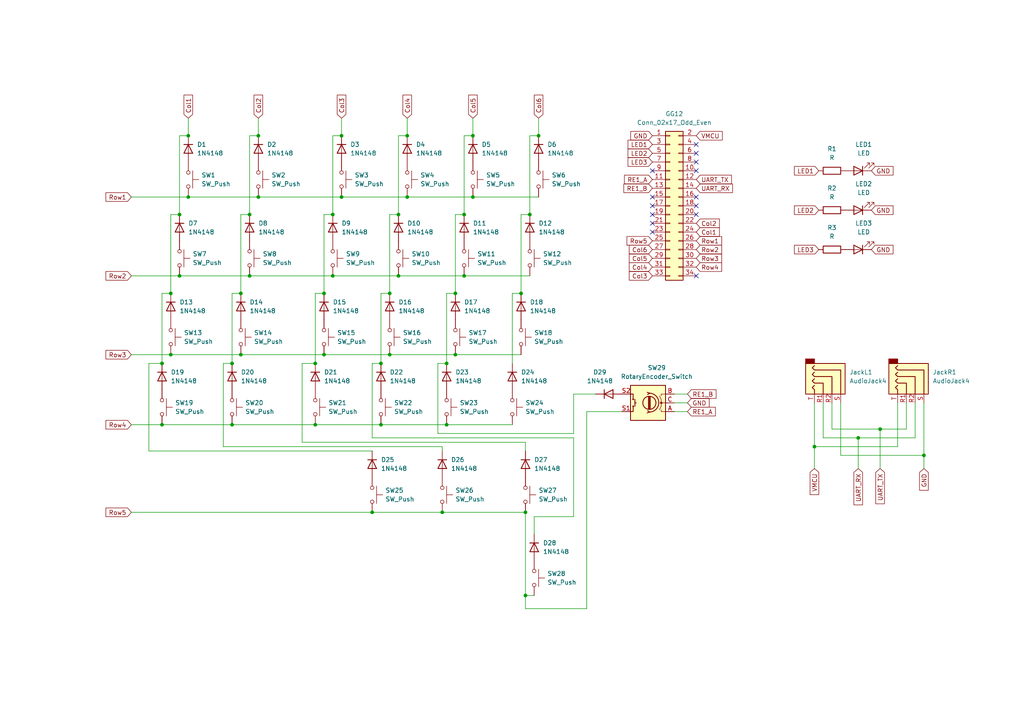
<source format=kicad_sch>
(kicad_sch (version 20230121) (generator eeschema)
  (paper "A4")
  (lib_symbols
    (symbol "Connector_Audio:AudioJack4"
      (property "Reference" "J" (at 0 8.89 0))
      (property "Value" "AudioJack4" (at 0 6.35 0))
      (symbol "AudioJack4_0_1"
        (rectangle (start -6.35 -5.08) (end -7.62 -7.62) (stroke (width 0.254)) (fill (type outline)))
        (polyline (pts (xy 0 -5.08) (xy 0.635 -5.715) (xy 1.27 -5.08) (xy 2.54 -5.08)) (stroke (width 0.254)))
        (polyline (pts (xy -5.715 -5.08) (xy -5.08 -5.715) (xy -4.445 -5.08) (xy -4.445 2.54) (xy 2.54 2.54)) (stroke (width 0.254)))
        (polyline (pts (xy -1.905 -5.08) (xy -1.27 -5.715) (xy -0.635 -5.08) (xy -0.635 -2.54) (xy 2.54 -2.54)) (stroke (width 0.254)))
        (polyline (pts (xy 2.54 0) (xy -2.54 0) (xy -2.54 -5.08) (xy -3.175 -5.715) (xy -3.81 -5.08)) (stroke (width 0.254)))
        (rectangle (start 2.54 3.81) (end -6.35 -7.62) (stroke (width 0.254)) (fill (type background)))
      )
      (symbol "AudioJack4_1_1"
        (pin passive line (at 5.08 -2.54 180) (length 2.54) (name "~") (number "R1"))
        (pin passive line (at 5.08 0 180) (length 2.54) (name "~") (number "R2"))
        (pin passive line (at 5.08 2.54 180) (length 2.54) (name "~") (number "S"))
        (pin passive line (at 5.08 -5.08 180) (length 2.54) (name "~") (number "T"))
      )
    )
    (symbol "Connector_Generic:Conn_02x17_Odd_Even" (pin_names (offset 1.016) hide)
      (property "Reference" "GG12" (at 1.27 26.67 0))
      (property "Value" "Conn_02x17_Odd_Even" (at 1.27 24.13 0))
      (symbol "Conn_02x17_Odd_Even_1_1"
        (rectangle (start -1.27 -20.193) (end 0 -20.447) (stroke (width 0.1524)))
        (rectangle (start -1.27 -17.653) (end 0 -17.907) (stroke (width 0.1524)))
        (rectangle (start -1.27 -15.113) (end 0 -15.367) (stroke (width 0.1524)))
        (rectangle (start -1.27 -12.573) (end 0 -12.827) (stroke (width 0.1524)))
        (rectangle (start -1.27 -10.033) (end 0 -10.287) (stroke (width 0.1524)))
        (rectangle (start -1.27 -7.493) (end 0 -7.747) (stroke (width 0.1524)))
        (rectangle (start -1.27 -4.953) (end 0 -5.207) (stroke (width 0.1524)))
        (rectangle (start -1.27 -2.413) (end 0 -2.667) (stroke (width 0.1524)))
        (rectangle (start -1.27 0.127) (end 0 -0.127) (stroke (width 0.1524)))
        (rectangle (start -1.27 2.667) (end 0 2.413) (stroke (width 0.1524)))
        (rectangle (start -1.27 5.207) (end 0 4.953) (stroke (width 0.1524)))
        (rectangle (start -1.27 7.747) (end 0 7.493) (stroke (width 0.1524)))
        (rectangle (start -1.27 10.287) (end 0 10.033) (stroke (width 0.1524)))
        (rectangle (start -1.27 12.827) (end 0 12.573) (stroke (width 0.1524)))
        (rectangle (start -1.27 15.367) (end 0 15.113) (stroke (width 0.1524)))
        (rectangle (start -1.27 17.907) (end 0 17.653) (stroke (width 0.1524)))
        (rectangle (start -1.27 20.447) (end 0 20.193) (stroke (width 0.1524)))
        (rectangle (start -1.27 21.59) (end 3.81 -21.59) (stroke (width 0.254)) (fill (type background)))
        (rectangle (start 3.81 -20.193) (end 2.54 -20.447) (stroke (width 0.1524)))
        (rectangle (start 3.81 -17.653) (end 2.54 -17.907) (stroke (width 0.1524)))
        (rectangle (start 3.81 -15.113) (end 2.54 -15.367) (stroke (width 0.1524)))
        (rectangle (start 3.81 -12.573) (end 2.54 -12.827) (stroke (width 0.1524)))
        (rectangle (start 3.81 -10.033) (end 2.54 -10.287) (stroke (width 0.1524)))
        (rectangle (start 3.81 -7.493) (end 2.54 -7.747) (stroke (width 0.1524)))
        (rectangle (start 3.81 -4.953) (end 2.54 -5.207) (stroke (width 0.1524)))
        (rectangle (start 3.81 -2.413) (end 2.54 -2.667) (stroke (width 0.1524)))
        (rectangle (start 3.81 0.127) (end 2.54 -0.127) (stroke (width 0.1524)))
        (rectangle (start 3.81 2.667) (end 2.54 2.413) (stroke (width 0.1524)))
        (rectangle (start 3.81 5.207) (end 2.54 4.953) (stroke (width 0.1524)))
        (rectangle (start 3.81 7.747) (end 2.54 7.493) (stroke (width 0.1524)))
        (rectangle (start 3.81 10.287) (end 2.54 10.033) (stroke (width 0.1524)))
        (rectangle (start 3.81 12.827) (end 2.54 12.573) (stroke (width 0.1524)))
        (rectangle (start 3.81 15.367) (end 2.54 15.113) (stroke (width 0.1524)))
        (rectangle (start 3.81 17.907) (end 2.54 17.653) (stroke (width 0.1524)))
        (rectangle (start 3.81 20.447) (end 2.54 20.193) (stroke (width 0.1524)))
        (pin passive line (at -5.08 20.32 0) (length 3.81) (name "GND") (number "1"))
        (pin passive line (at 7.62 10.16 180) (length 3.81) (name "Pin_10") (number "10"))
        (pin passive line (at -5.08 7.62 0) (length 3.81) (name "Pin_11") (number "11"))
        (pin passive line (at 7.62 7.62 180) (length 3.81) (name "Pin_12") (number "12"))
        (pin passive line (at -5.08 5.08 0) (length 3.81) (name "Pin_13") (number "13"))
        (pin passive line (at 7.62 5.08 180) (length 3.81) (name "Pin_14") (number "14"))
        (pin passive line (at -5.08 2.54 0) (length 3.81) (name "Pin_15") (number "15"))
        (pin passive line (at 7.62 2.54 180) (length 3.81) (name "Pin_16") (number "16"))
        (pin passive line (at -5.08 0 0) (length 3.81) (name "Pin_17") (number "17"))
        (pin passive line (at 7.62 0 180) (length 3.81) (name "Pin_18") (number "18"))
        (pin passive line (at -5.08 -2.54 0) (length 3.81) (name "Pin_19") (number "19"))
        (pin passive line (at 7.62 20.32 180) (length 3.81) (name "Pin_2") (number "2"))
        (pin passive line (at 7.62 -2.54 180) (length 3.81) (name "Pin_20") (number "20"))
        (pin passive line (at -5.08 -5.08 0) (length 3.81) (name "Pin_21") (number "21"))
        (pin passive line (at 7.62 -5.08 180) (length 3.81) (name "Pin_22") (number "22"))
        (pin passive line (at -5.08 -7.62 0) (length 3.81) (name "Pin_23") (number "23"))
        (pin passive line (at 7.62 -7.62 180) (length 3.81) (name "Pin_24") (number "24"))
        (pin passive line (at -5.08 -10.16 0) (length 3.81) (name "Pin_25") (number "25"))
        (pin passive line (at 7.62 -10.16 180) (length 3.81) (name "Pin_26") (number "26"))
        (pin passive line (at -5.08 -12.7 0) (length 3.81) (name "Pin_27") (number "27"))
        (pin passive line (at 7.62 -12.7 180) (length 3.81) (name "Pin_28") (number "28"))
        (pin passive line (at -5.08 -15.24 0) (length 3.81) (name "Pin_29") (number "29"))
        (pin passive line (at -5.08 17.78 0) (length 3.81) (name "Pin_3") (number "3"))
        (pin passive line (at 7.62 -15.24 180) (length 3.81) (name "Pin_30") (number "30"))
        (pin passive line (at -5.08 -17.78 0) (length 3.81) (name "Pin_31") (number "31"))
        (pin passive line (at 7.62 -17.78 180) (length 3.81) (name "Pin_32") (number "32"))
        (pin passive line (at -5.08 -20.32 0) (length 3.81) (name "Pin_33") (number "33"))
        (pin passive line (at 7.62 -20.32 180) (length 3.81) (name "Pin_34") (number "34"))
        (pin passive line (at 7.62 17.78 180) (length 3.81) (name "Pin_4") (number "4"))
        (pin passive line (at -5.08 15.24 0) (length 3.81) (name "Pin_5") (number "5"))
        (pin passive line (at 7.62 15.24 180) (length 3.81) (name "Pin_6") (number "6"))
        (pin passive line (at -5.08 12.7 0) (length 3.81) (name "Pin_7") (number "7"))
        (pin passive line (at 7.62 12.7 180) (length 3.81) (name "Pin_8") (number "8"))
        (pin passive line (at -5.08 10.16 0) (length 3.81) (name "Pin_9") (number "9"))
      )
    )
    (symbol "Device:LED" (pin_numbers hide) (pin_names (offset 1.016) hide)
      (property "Reference" "D" (at 0 2.54 0))
      (property "Value" "LED" (at 0 -2.54 0))
      (symbol "LED_0_1"
        (polyline (pts (xy -1.27 -1.27) (xy -1.27 1.27)) (stroke (width 0.254)))
        (polyline (pts (xy -1.27 0) (xy 1.27 0)))
        (polyline (pts (xy 1.27 -1.27) (xy 1.27 1.27) (xy -1.27 0) (xy 1.27 -1.27)) (stroke (width 0.254)))
        (polyline (pts (xy -3.048 -0.762) (xy -4.572 -2.286) (xy -3.81 -2.286) (xy -4.572 -2.286) (xy -4.572 -1.524)))
        (polyline (pts (xy -1.778 -0.762) (xy -3.302 -2.286) (xy -2.54 -2.286) (xy -3.302 -2.286) (xy -3.302 -1.524)))
      )
      (symbol "LED_1_1"
        (pin passive line (at -3.81 0 0) (length 2.54) (name "K") (number "1"))
        (pin passive line (at 3.81 0 180) (length 2.54) (name "A") (number "2"))
      )
    )
    (symbol "Device:R" (pin_numbers hide) (pin_names (offset 0))
      (property "Reference" "R" (at 2.032 0 90))
      (property "Value" "R" (at 0 0 90))
      (symbol "R_0_1"
        (rectangle (start -1.016 -2.54) (end 1.016 2.54) (stroke (width 0.254)))
      )
      (symbol "R_1_1"
        (pin passive line (at 0 3.81 270) (length 1.27) (name "~") (number "1"))
        (pin passive line (at 0 -3.81 90) (length 1.27) (name "~") (number "2"))
      )
    )
    (symbol "Device:RotaryEncoder_Switch" (pin_names (offset 0.254) hide)
      (property "Reference" "SW" (at 0 6.604 0))
      (property "Value" "RotaryEncoder_Switch" (at 0 -6.604 0))
      (symbol "RotaryEncoder_Switch_0_1"
        (rectangle (start -5.08 5.08) (end 5.08 -5.08) (stroke (width 0.254)) (fill (type background)))
        (circle (center -3.81 0) (radius 0.254) (fill (type outline)))
        (circle (center -0.381 0) (radius 1.905) (stroke (width 0.254)))
        (arc (start -0.381 2.667) (mid -3.0988 -0.0635) (end -0.381 -2.794) (stroke (width 0.254)))
        (polyline (pts (xy -0.635 -1.778) (xy -0.635 1.778)) (stroke (width 0.254)))
        (polyline (pts (xy -0.381 -1.778) (xy -0.381 1.778)) (stroke (width 0.254)))
        (polyline (pts (xy -0.127 1.778) (xy -0.127 -1.778)) (stroke (width 0.254)))
        (polyline (pts (xy 3.81 0) (xy 3.429 0)) (stroke (width 0.254)))
        (polyline (pts (xy 3.81 1.016) (xy 3.81 -1.016)) (stroke (width 0.254)))
        (polyline (pts (xy -5.08 -2.54) (xy -3.81 -2.54) (xy -3.81 -2.032)))
        (polyline (pts (xy -5.08 2.54) (xy -3.81 2.54) (xy -3.81 2.032)))
        (polyline (pts (xy 0.254 -3.048) (xy -0.508 -2.794) (xy 0.127 -2.413)) (stroke (width 0.254)))
        (polyline (pts (xy 0.254 2.921) (xy -0.508 2.667) (xy 0.127 2.286)) (stroke (width 0.254)))
        (polyline (pts (xy 5.08 -2.54) (xy 4.318 -2.54) (xy 4.318 -1.016)) (stroke (width 0.254)))
        (polyline (pts (xy 5.08 2.54) (xy 4.318 2.54) (xy 4.318 1.016)) (stroke (width 0.254)))
        (polyline (pts (xy -5.08 0) (xy -3.81 0) (xy -3.81 -1.016) (xy -3.302 -2.032)))
        (polyline (pts (xy -4.318 0) (xy -3.81 0) (xy -3.81 1.016) (xy -3.302 2.032)))
        (circle (center 4.318 -1.016) (radius 0.127) (stroke (width 0.254)))
        (circle (center 4.318 1.016) (radius 0.127) (stroke (width 0.254)))
      )
      (symbol "RotaryEncoder_Switch_1_1"
        (pin passive line (at -7.62 2.54 0) (length 2.54) (name "A") (number "A"))
        (pin passive line (at -7.62 -2.54 0) (length 2.54) (name "B") (number "B"))
        (pin passive line (at -7.62 0 0) (length 2.54) (name "C") (number "C"))
        (pin passive line (at 7.62 2.54 180) (length 2.54) (name "S1") (number "S1"))
        (pin passive line (at 7.62 -2.54 180) (length 2.54) (name "S2") (number "S2"))
      )
    )
    (symbol "Diode:1N4148" (pin_numbers hide) (pin_names hide)
      (property "Reference" "D" (at 0 2.54 0))
      (property "Value" "1N4148" (at 0 -2.54 0))
      (symbol "1N4148_0_1"
        (polyline (pts (xy -1.27 1.27) (xy -1.27 -1.27)) (stroke (width 0.254)))
        (polyline (pts (xy 1.27 0) (xy -1.27 0)))
        (polyline (pts (xy 1.27 1.27) (xy 1.27 -1.27) (xy -1.27 0) (xy 1.27 1.27)) (stroke (width 0.254)))
      )
      (symbol "1N4148_1_1"
        (pin passive line (at -3.81 0 0) (length 2.54) (name "K") (number "1"))
        (pin passive line (at 3.81 0 180) (length 2.54) (name "A") (number "2"))
      )
    )
    (symbol "Switch:SW_Push" (pin_numbers hide) (pin_names (offset 1.016) hide)
      (property "Reference" "SW" (at 1.27 2.54 0))
      (property "Value" "SW_Push" (at 0 -1.524 0))
      (symbol "SW_Push_0_1"
        (circle (center -2.032 0) (radius 0.508))
        (polyline (pts (xy 0 1.27) (xy 0 3.048)))
        (polyline (pts (xy 2.54 1.27) (xy -2.54 1.27)))
        (circle (center 2.032 0) (radius 0.508))
        (pin passive line (at -5.08 0 0) (length 2.54) (name "1") (number "1"))
        (pin passive line (at 5.08 0 180) (length 2.54) (name "2") (number "2"))
      )
    )
  )
  (junction (at 107.95 148.59))
  (junction (at 137.16 57.15))
  (junction (at 156.21 39.37))
  (junction (at 54.61 57.15))
  (junction (at 72.39 62.23))
  (junction (at 54.61 39.37))
  (junction (at 69.85 102.87))
  (junction (at 115.57 62.23))
  (junction (at 96.52 62.23))
  (junction (at 49.53 102.87))
  (junction (at 118.11 57.15))
  (junction (at 113.03 85.09))
  (junction (at 137.16 39.37))
  (junction (at 52.07 80.01))
  (junction (at 52.07 62.23))
  (junction (at 91.44 105.41))
  (junction (at 67.31 105.41))
  (junction (at 129.54 123.19))
  (junction (at 151.13 85.09))
  (junction (at 93.98 102.87))
  (junction (at 113.03 102.87))
  (junction (at 152.4 172.72))
  (junction (at 267.97 132.08))
  (junction (at 152.4 148.59))
  (junction (at 49.53 85.09))
  (junction (at 72.39 80.01))
  (junction (at 74.93 57.15))
  (junction (at 129.54 105.41))
  (junction (at 248.92 127))
  (junction (at 67.31 123.19))
  (junction (at 153.67 62.23))
  (junction (at 110.49 105.41))
  (junction (at 46.99 123.19))
  (junction (at 91.44 123.19))
  (junction (at 236.22 129.54))
  (junction (at 46.99 105.41))
  (junction (at 99.06 57.15))
  (junction (at 69.85 85.09))
  (junction (at 134.62 80.01))
  (junction (at 115.57 80.01))
  (junction (at 132.08 85.09))
  (junction (at 128.27 148.59))
  (junction (at 118.11 39.37))
  (junction (at 74.93 39.37))
  (junction (at 99.06 39.37))
  (junction (at 255.27 124.46))
  (junction (at 132.08 102.87))
  (junction (at 93.98 85.09))
  (junction (at 96.52 80.01))
  (junction (at 110.49 123.19))
  (junction (at 134.62 62.23))
  (no_connect (at 201.93 59.69))
  (no_connect (at 201.93 62.23))
  (no_connect (at 201.93 80.01))
  (no_connect (at 189.23 49.53))
  (no_connect (at 189.23 62.23))
  (no_connect (at 201.93 49.53))
  (no_connect (at 201.93 57.15))
  (no_connect (at 201.93 46.99))
  (no_connect (at 201.93 41.91))
  (no_connect (at 189.23 64.77))
  (no_connect (at 189.23 67.31))
  (no_connect (at 201.93 44.45))
  (no_connect (at 189.23 59.69))
  (no_connect (at 189.23 57.15))
  (wire (pts (xy 91.44 85.09) (xy 93.98 85.09)))
  (wire (pts (xy 137.16 34.29) (xy 137.16 39.37)))
  (wire (pts (xy 195.58 116.84) (xy 199.39 116.84)))
  (wire (pts (xy 152.4 130.81) (xy 152.4 128.27)))
  (wire (pts (xy 115.57 62.23) (xy 115.57 39.37)))
  (wire (pts (xy 69.85 85.09) (xy 69.85 62.23)))
  (wire (pts (xy 236.22 129.54) (xy 260.35 129.54)))
  (wire (pts (xy 129.54 123.19) (xy 148.59 123.19)))
  (wire (pts (xy 166.37 127) (xy 107.95 127)))
  (wire (pts (xy 166.37 149.86) (xy 166.37 127)))
  (wire (pts (xy 241.3 124.46) (xy 241.3 116.84)))
  (wire (pts (xy 134.62 80.01) (xy 153.67 80.01)))
  (wire (pts (xy 64.77 105.41) (xy 67.31 105.41)))
  (wire (pts (xy 152.4 172.72) (xy 152.4 176.53)))
  (wire (pts (xy 69.85 102.87) (xy 93.98 102.87)))
  (wire (pts (xy 129.54 105.41) (xy 129.54 85.09)))
  (wire (pts (xy 87.63 105.41) (xy 91.44 105.41)))
  (wire (pts (xy 248.92 127) (xy 265.43 127)))
  (wire (pts (xy 49.53 85.09) (xy 49.53 62.23)))
  (wire (pts (xy 93.98 62.23) (xy 96.52 62.23)))
  (wire (pts (xy 195.58 114.3) (xy 199.39 114.3)))
  (wire (pts (xy 128.27 129.54) (xy 64.77 129.54)))
  (wire (pts (xy 262.89 124.46) (xy 262.89 116.84)))
  (wire (pts (xy 236.22 129.54) (xy 236.22 135.89)))
  (wire (pts (xy 115.57 80.01) (xy 134.62 80.01)))
  (wire (pts (xy 148.59 105.41) (xy 148.59 85.09)))
  (wire (pts (xy 128.27 148.59) (xy 152.4 148.59)))
  (wire (pts (xy 99.06 57.15) (xy 118.11 57.15)))
  (wire (pts (xy 72.39 39.37) (xy 74.93 39.37)))
  (wire (pts (xy 96.52 39.37) (xy 99.06 39.37)))
  (wire (pts (xy 110.49 123.19) (xy 129.54 123.19)))
  (wire (pts (xy 107.95 127) (xy 107.95 105.41)))
  (wire (pts (xy 72.39 62.23) (xy 72.39 39.37)))
  (wire (pts (xy 38.1 80.01) (xy 52.07 80.01)))
  (wire (pts (xy 153.67 39.37) (xy 156.21 39.37)))
  (wire (pts (xy 255.27 124.46) (xy 262.89 124.46)))
  (wire (pts (xy 64.77 129.54) (xy 64.77 105.41)))
  (wire (pts (xy 113.03 85.09) (xy 113.03 62.23)))
  (wire (pts (xy 260.35 129.54) (xy 260.35 116.84)))
  (wire (pts (xy 52.07 39.37) (xy 54.61 39.37)))
  (wire (pts (xy 96.52 62.23) (xy 96.52 39.37)))
  (wire (pts (xy 52.07 80.01) (xy 72.39 80.01)))
  (wire (pts (xy 49.53 62.23) (xy 52.07 62.23)))
  (wire (pts (xy 166.37 114.3) (xy 172.72 114.3)))
  (wire (pts (xy 243.84 116.84) (xy 243.84 132.08)))
  (wire (pts (xy 265.43 116.84) (xy 265.43 127)))
  (wire (pts (xy 241.3 124.46) (xy 255.27 124.46)))
  (wire (pts (xy 132.08 85.09) (xy 132.08 62.23)))
  (wire (pts (xy 91.44 105.41) (xy 91.44 85.09)))
  (wire (pts (xy 156.21 34.29) (xy 156.21 39.37)))
  (wire (pts (xy 153.67 62.23) (xy 153.67 39.37)))
  (wire (pts (xy 38.1 102.87) (xy 49.53 102.87)))
  (wire (pts (xy 67.31 105.41) (xy 67.31 85.09)))
  (wire (pts (xy 93.98 85.09) (xy 93.98 62.23)))
  (wire (pts (xy 137.16 57.15) (xy 156.21 57.15)))
  (wire (pts (xy 267.97 132.08) (xy 267.97 135.89)))
  (wire (pts (xy 148.59 85.09) (xy 151.13 85.09)))
  (wire (pts (xy 38.1 123.19) (xy 46.99 123.19)))
  (wire (pts (xy 118.11 34.29) (xy 118.11 39.37)))
  (wire (pts (xy 238.76 116.84) (xy 238.76 127)))
  (wire (pts (xy 107.95 148.59) (xy 128.27 148.59)))
  (wire (pts (xy 255.27 124.46) (xy 255.27 135.89)))
  (wire (pts (xy 99.06 34.29) (xy 99.06 39.37)))
  (wire (pts (xy 238.76 127) (xy 248.92 127)))
  (wire (pts (xy 49.53 102.87) (xy 69.85 102.87)))
  (wire (pts (xy 43.18 105.41) (xy 46.99 105.41)))
  (wire (pts (xy 154.94 154.94) (xy 154.94 149.86)))
  (wire (pts (xy 151.13 85.09) (xy 151.13 62.23)))
  (wire (pts (xy 38.1 148.59) (xy 107.95 148.59)))
  (wire (pts (xy 248.92 135.89) (xy 248.92 127)))
  (wire (pts (xy 115.57 39.37) (xy 118.11 39.37)))
  (wire (pts (xy 46.99 85.09) (xy 49.53 85.09)))
  (wire (pts (xy 129.54 105.41) (xy 127 105.41)))
  (wire (pts (xy 170.18 176.53) (xy 170.18 119.38)))
  (wire (pts (xy 52.07 39.37) (xy 52.07 62.23)))
  (wire (pts (xy 132.08 102.87) (xy 151.13 102.87)))
  (wire (pts (xy 46.99 105.41) (xy 46.99 85.09)))
  (wire (pts (xy 54.61 34.29) (xy 54.61 39.37)))
  (wire (pts (xy 74.93 57.15) (xy 99.06 57.15)))
  (wire (pts (xy 93.98 102.87) (xy 113.03 102.87)))
  (wire (pts (xy 134.62 39.37) (xy 137.16 39.37)))
  (wire (pts (xy 154.94 149.86) (xy 166.37 149.86)))
  (wire (pts (xy 46.99 123.19) (xy 67.31 123.19)))
  (wire (pts (xy 96.52 80.01) (xy 115.57 80.01)))
  (wire (pts (xy 67.31 85.09) (xy 69.85 85.09)))
  (wire (pts (xy 267.97 116.84) (xy 267.97 132.08)))
  (wire (pts (xy 170.18 119.38) (xy 180.34 119.38)))
  (wire (pts (xy 118.11 57.15) (xy 137.16 57.15)))
  (wire (pts (xy 152.4 148.59) (xy 152.4 172.72)))
  (wire (pts (xy 113.03 102.87) (xy 132.08 102.87)))
  (wire (pts (xy 236.22 116.84) (xy 236.22 129.54)))
  (wire (pts (xy 38.1 57.15) (xy 54.61 57.15)))
  (wire (pts (xy 72.39 80.01) (xy 96.52 80.01)))
  (wire (pts (xy 87.63 128.27) (xy 87.63 105.41)))
  (wire (pts (xy 166.37 125.73) (xy 166.37 114.3)))
  (wire (pts (xy 132.08 62.23) (xy 134.62 62.23)))
  (wire (pts (xy 113.03 62.23) (xy 115.57 62.23)))
  (wire (pts (xy 129.54 85.09) (xy 132.08 85.09)))
  (wire (pts (xy 67.31 123.19) (xy 91.44 123.19)))
  (wire (pts (xy 110.49 85.09) (xy 113.03 85.09)))
  (wire (pts (xy 127 125.73) (xy 166.37 125.73)))
  (wire (pts (xy 152.4 176.53) (xy 170.18 176.53)))
  (wire (pts (xy 151.13 62.23) (xy 153.67 62.23)))
  (wire (pts (xy 127 105.41) (xy 127 125.73)))
  (wire (pts (xy 134.62 39.37) (xy 134.62 62.23)))
  (wire (pts (xy 195.58 119.38) (xy 199.39 119.38)))
  (wire (pts (xy 152.4 172.72) (xy 154.94 172.72)))
  (wire (pts (xy 54.61 57.15) (xy 74.93 57.15)))
  (wire (pts (xy 43.18 130.81) (xy 43.18 105.41)))
  (wire (pts (xy 74.93 34.29) (xy 74.93 39.37)))
  (wire (pts (xy 110.49 105.41) (xy 110.49 85.09)))
  (wire (pts (xy 91.44 123.19) (xy 110.49 123.19)))
  (wire (pts (xy 128.27 130.81) (xy 128.27 129.54)))
  (wire (pts (xy 152.4 128.27) (xy 87.63 128.27)))
  (wire (pts (xy 69.85 62.23) (xy 72.39 62.23)))
  (wire (pts (xy 107.95 130.81) (xy 43.18 130.81)))
  (wire (pts (xy 243.84 132.08) (xy 267.97 132.08)))
  (wire (pts (xy 107.95 105.41) (xy 110.49 105.41)))
  (global_label "Col3" (shape input) (at 99.06 34.29 90) (property "Intersheetrefs" "${INTERSHEET_REFS}" (effects hide)))
  (global_label "Col1" (shape input) (at 201.93 67.31 0) (property "Intersheetrefs" "${INTERSHEET_REFS}" (effects hide)))
  (global_label "Row3" (shape input) (at 38.1 102.87 180) (property "Intersheetrefs" "${INTERSHEET_REFS}" (effects hide)))
  (global_label "UART_RX" (shape input) (at 201.93 54.61 0) (property "Intersheetrefs" "${INTERSHEET_REFS}" (effects hide)))
  (global_label "Col2" (shape input) (at 74.93 34.29 90) (property "Intersheetrefs" "${INTERSHEET_REFS}" (effects hide)))
  (global_label "Row2" (shape input) (at 38.1 80.01 180) (property "Intersheetrefs" "${INTERSHEET_REFS}" (effects hide)))
  (global_label "RE1_B" (shape input) (at 189.23 54.61 180) (property "Intersheetrefs" "${INTERSHEET_REFS}" (effects hide)))
  (global_label "LED3" (shape input) (at 189.23 46.99 180) (property "Intersheetrefs" "${INTERSHEET_REFS}" (effects hide)))
  (global_label "Row5" (shape input) (at 189.23 69.85 180) (property "Intersheetrefs" "${INTERSHEET_REFS}" (effects hide)))
  (global_label "Col4" (shape input) (at 118.11 34.29 90) (property "Intersheetrefs" "${INTERSHEET_REFS}" (effects hide)))
  (global_label "Col6" (shape input) (at 156.21 34.29 90) (property "Intersheetrefs" "${INTERSHEET_REFS}" (effects hide)))
  (global_label "Col1" (shape input) (at 54.61 34.29 90) (property "Intersheetrefs" "${INTERSHEET_REFS}" (effects hide)))
  (global_label "Col3" (shape input) (at 189.23 80.01 180) (property "Intersheetrefs" "${INTERSHEET_REFS}" (effects hide)))
  (global_label "LED1" (shape input) (at 189.23 41.91 180) (property "Intersheetrefs" "${INTERSHEET_REFS}" (effects hide)))
  (global_label "Row3" (shape input) (at 201.93 74.93 0) (property "Intersheetrefs" "${INTERSHEET_REFS}" (effects hide)))
  (global_label "RE1_B" (shape input) (at 199.39 114.3 0) (property "Intersheetrefs" "${INTERSHEET_REFS}" (effects hide)))
  (global_label "Col5" (shape input) (at 189.23 74.93 180) (property "Intersheetrefs" "${INTERSHEET_REFS}" (effects hide)))
  (global_label "UART_TX" (shape input) (at 201.93 52.07 0) (property "Intersheetrefs" "${INTERSHEET_REFS}" (effects hide)))
  (global_label "Row2" (shape input) (at 201.93 72.39 0) (property "Intersheetrefs" "${INTERSHEET_REFS}" (effects hide)))
  (global_label "RE1_A" (shape input) (at 199.39 119.38 0) (property "Intersheetrefs" "${INTERSHEET_REFS}" (effects hide)))
  (global_label "RE1_A" (shape input) (at 189.23 52.07 180) (property "Intersheetrefs" "${INTERSHEET_REFS}" (effects hide)))
  (global_label "Col6" (shape input) (at 189.23 72.39 180) (property "Intersheetrefs" "${INTERSHEET_REFS}" (effects hide)))
  (global_label "Col5" (shape input) (at 137.16 34.29 90) (property "Intersheetrefs" "${INTERSHEET_REFS}" (effects hide)))
  (global_label "VMCU" (shape input) (at 236.22 135.89 270) (property "Intersheetrefs" "${INTERSHEET_REFS}" (effects hide)))
  (global_label "Col2" (shape input) (at 201.93 64.77 0) (property "Intersheetrefs" "${INTERSHEET_REFS}" (effects hide)))
  (global_label "GND" (shape input) (at 189.23 39.37 180) (property "Intersheetrefs" "${INTERSHEET_REFS}" (effects hide)))
  (global_label "Row5" (shape input) (at 38.1 148.59 180) (property "Intersheetrefs" "${INTERSHEET_REFS}" (effects hide)))
  (global_label "Row4" (shape input) (at 201.93 77.47 0) (property "Intersheetrefs" "${INTERSHEET_REFS}" (effects hide)))
  (global_label "Row4" (shape input) (at 38.1 123.19 180) (property "Intersheetrefs" "${INTERSHEET_REFS}" (effects hide)))
  (global_label "VMCU" (shape input) (at 201.93 39.37 0) (property "Intersheetrefs" "${INTERSHEET_REFS}" (effects hide)))
  (global_label "LED3" (shape input) (at 237.49 72.39 180) (property "Intersheetrefs" "${INTERSHEET_REFS}" (effects hide)))
  (global_label "GND" (shape input) (at 267.97 135.89 270) (property "Intersheetrefs" "${INTERSHEET_REFS}" (effects hide)))
  (global_label "LED2" (shape input) (at 189.23 44.45 180) (property "Intersheetrefs" "${INTERSHEET_REFS}" (effects hide)))
  (global_label "GND" (shape input) (at 199.39 116.84 0) (property "Intersheetrefs" "${INTERSHEET_REFS}" (effects hide)))
  (global_label "LED2" (shape input) (at 237.49 60.96 180) (property "Intersheetrefs" "${INTERSHEET_REFS}" (effects hide)))
  (global_label "UART_RX" (shape input) (at 248.92 135.89 270) (property "Intersheetrefs" "${INTERSHEET_REFS}" (effects hide)))
  (global_label "LED1" (shape input) (at 237.49 49.53 180) (property "Intersheetrefs" "${INTERSHEET_REFS}" (effects hide)))
  (global_label "Col4" (shape input) (at 189.23 77.47 180) (property "Intersheetrefs" "${INTERSHEET_REFS}" (effects hide)))
  (global_label "UART_TX" (shape input) (at 255.27 135.89 270) (property "Intersheetrefs" "${INTERSHEET_REFS}" (effects hide)))
  (global_label "GND" (shape input) (at 252.73 60.96 0) (property "Intersheetrefs" "${INTERSHEET_REFS}" (effects hide)))
  (global_label "Row1" (shape input) (at 201.93 69.85 0) (property "Intersheetrefs" "${INTERSHEET_REFS}" (effects hide)))
  (global_label "Row1" (shape input) (at 38.1 57.15 180) (property "Intersheetrefs" "${INTERSHEET_REFS}" (effects hide)))
  (global_label "GND" (shape input) (at 252.73 72.39 0) (property "Intersheetrefs" "${INTERSHEET_REFS}" (effects hide)))
  (global_label "GND" (shape input) (at 252.73 49.53 0) (property "Intersheetrefs" "${INTERSHEET_REFS}" (effects hide)))
  (symbol (lib_id "Diode:1N4148") (at 93.98 88.9 270) (unit 1)
    (property "Reference" "D15" (at 96.52 87.63 90) (effects (justify left)))
    (property "Value" "1N4148" (at 96.52 90.17 90) (effects (justify left)))
    (property "Footprint" "Diode_THT:D_DO-35_SOD27_P7.62mm_Horizontal" (effects hide))
    (property "Datasheet" "https://assets.nexperia.com/documents/data-sheet/1N4148_1N4448.pdf" (effects hide))
    (property "Sim.Device" "D" (effects hide))
    (property "Sim.Pins" "1=K 2=A" (effects hide))
  )
  (symbol (lib_id "Switch:SW_Push") (at 137.16 52.07 270) (unit 1)
    (property "Reference" "SW5" (at 140.97 50.8 90) (effects (justify left)))
    (property "Value" "SW_Push" (at 140.97 53.34 90) (effects (justify left)))
    (property "Footprint" "footprints:Kailh_socket_PG1350_reversible" (effects hide))
  )
  (symbol (lib_id "Diode:1N4148") (at 46.99 109.22 270) (unit 1)
    (property "Reference" "D19" (at 49.53 107.95 90) (effects (justify left)))
    (property "Value" "1N4148" (at 49.53 110.49 90) (effects (justify left)))
    (property "Footprint" "Diode_THT:D_DO-35_SOD27_P7.62mm_Horizontal" (effects hide))
    (property "Datasheet" "https://assets.nexperia.com/documents/data-sheet/1N4148_1N4448.pdf" (effects hide))
    (property "Sim.Device" "D" (effects hide))
    (property "Sim.Pins" "1=K 2=A" (effects hide))
  )
  (symbol (lib_id "Diode:1N4148") (at 91.44 109.22 270) (unit 1)
    (property "Reference" "D21" (at 93.98 107.95 90) (effects (justify left)))
    (property "Value" "1N4148" (at 93.98 110.49 90) (effects (justify left)))
    (property "Footprint" "Diode_THT:D_DO-35_SOD27_P7.62mm_Horizontal" (effects hide))
    (property "Datasheet" "https://assets.nexperia.com/documents/data-sheet/1N4148_1N4448.pdf" (effects hide))
    (property "Sim.Device" "D" (effects hide))
    (property "Sim.Pins" "1=K 2=A" (effects hide))
  )
  (symbol (lib_id "Connector_Generic:Conn_02x17_Odd_Even") (at 194.31 59.69 0) (unit 1)
    (property "Reference" "GG12" (at 195.58 33.02 0))
    (property "Value" "Conn_02x17_Odd_Even" (at 195.58 35.56 0))
    (property "Footprint" "SiliconLabs:GG12 SMD" (effects hide))
  )
  (symbol (lib_id "Diode:1N4148") (at 156.21 43.18 270) (unit 1)
    (property "Reference" "D6" (at 158.75 41.91 90) (effects (justify left)))
    (property "Value" "1N4148" (at 158.75 44.45 90) (effects (justify left)))
    (property "Footprint" "Diode_THT:D_DO-35_SOD27_P7.62mm_Horizontal" (effects hide))
    (property "Datasheet" "https://assets.nexperia.com/documents/data-sheet/1N4148_1N4448.pdf" (effects hide))
    (property "Sim.Device" "D" (effects hide))
    (property "Sim.Pins" "1=K 2=A" (effects hide))
  )
  (symbol (lib_id "Device:LED") (at 248.92 49.53 180) (unit 1)
    (property "Reference" "LED1" (at 250.5075 41.91 0))
    (property "Value" "LED" (at 250.5075 44.45 0))
    (property "Footprint" "LED_THT:LED_D5.0mm" (effects hide))
  )
  (symbol (lib_id "Switch:SW_Push") (at 148.59 118.11 270) (unit 1)
    (property "Reference" "SW24" (at 152.4 116.84 90) (effects (justify left)))
    (property "Value" "SW_Push" (at 152.4 119.38 90) (effects (justify left)))
    (property "Footprint" "footprints:Kailh_socket_PG1350_reversible" (effects hide))
  )
  (symbol (lib_id "Diode:1N4148") (at 151.13 88.9 270) (unit 1)
    (property "Reference" "D18" (at 153.67 87.63 90) (effects (justify left)))
    (property "Value" "1N4148" (at 153.67 90.17 90) (effects (justify left)))
    (property "Footprint" "Diode_THT:D_DO-35_SOD27_P7.62mm_Horizontal" (effects hide))
    (property "Datasheet" "https://assets.nexperia.com/documents/data-sheet/1N4148_1N4448.pdf" (effects hide))
    (property "Sim.Device" "D" (effects hide))
    (property "Sim.Pins" "1=K 2=A" (effects hide))
  )
  (symbol (lib_id "Diode:1N4148") (at 153.67 66.04 270) (unit 1)
    (property "Reference" "D12" (at 156.21 64.77 90) (effects (justify left)))
    (property "Value" "1N4148" (at 156.21 67.31 90) (effects (justify left)))
    (property "Footprint" "Diode_THT:D_DO-35_SOD27_P7.62mm_Horizontal" (effects hide))
    (property "Datasheet" "https://assets.nexperia.com/documents/data-sheet/1N4148_1N4448.pdf" (effects hide))
    (property "Sim.Device" "D" (effects hide))
    (property "Sim.Pins" "1=K 2=A" (effects hide))
  )
  (symbol (lib_id "Diode:1N4148") (at 134.62 66.04 270) (unit 1)
    (property "Reference" "D11" (at 137.16 64.77 90) (effects (justify left)))
    (property "Value" "1N4148" (at 137.16 67.31 90) (effects (justify left)))
    (property "Footprint" "Diode_THT:D_DO-35_SOD27_P7.62mm_Horizontal" (effects hide))
    (property "Datasheet" "https://assets.nexperia.com/documents/data-sheet/1N4148_1N4448.pdf" (effects hide))
    (property "Sim.Device" "D" (effects hide))
    (property "Sim.Pins" "1=K 2=A" (effects hide))
  )
  (symbol (lib_id "Switch:SW_Push") (at 113.03 97.79 270) (unit 1)
    (property "Reference" "SW16" (at 116.84 96.52 90) (effects (justify left)))
    (property "Value" "SW_Push" (at 116.84 99.06 90) (effects (justify left)))
    (property "Footprint" "footprints:Kailh_socket_PG1350_reversible" (effects hide))
  )
  (symbol (lib_id "Switch:SW_Push") (at 115.57 74.93 270) (unit 1)
    (property "Reference" "SW10" (at 119.38 73.66 90) (effects (justify left)))
    (property "Value" "SW_Push" (at 119.38 76.2 90) (effects (justify left)))
    (property "Footprint" "footprints:Kailh_socket_PG1350_reversible" (effects hide))
  )
  (symbol (lib_id "Diode:1N4148") (at 137.16 43.18 270) (unit 1)
    (property "Reference" "D5" (at 139.7 41.91 90) (effects (justify left)))
    (property "Value" "1N4148" (at 139.7 44.45 90) (effects (justify left)))
    (property "Footprint" "Diode_THT:D_DO-35_SOD27_P7.62mm_Horizontal" (effects hide))
    (property "Datasheet" "https://assets.nexperia.com/documents/data-sheet/1N4148_1N4448.pdf" (effects hide))
    (property "Sim.Device" "D" (effects hide))
    (property "Sim.Pins" "1=K 2=A" (effects hide))
  )
  (symbol (lib_id "Switch:SW_Push") (at 67.31 118.11 270) (unit 1)
    (property "Reference" "SW20" (at 71.12 116.84 90) (effects (justify left)))
    (property "Value" "SW_Push" (at 71.12 119.38 90) (effects (justify left)))
    (property "Footprint" "footprints:Kailh_socket_PG1350_reversible" (effects hide))
  )
  (symbol (lib_id "Diode:1N4148") (at 99.06 43.18 270) (unit 1)
    (property "Reference" "D3" (at 101.6 41.91 90) (effects (justify left)))
    (property "Value" "1N4148" (at 101.6 44.45 90) (effects (justify left)))
    (property "Footprint" "Diode_THT:D_DO-35_SOD27_P7.62mm_Horizontal" (effects hide))
    (property "Datasheet" "https://assets.nexperia.com/documents/data-sheet/1N4148_1N4448.pdf" (effects hide))
    (property "Sim.Device" "D" (effects hide))
    (property "Sim.Pins" "1=K 2=A" (effects hide))
  )
  (symbol (lib_id "Diode:1N4148") (at 128.27 134.62 270) (unit 1)
    (property "Reference" "D26" (at 130.81 133.35 90) (effects (justify left)))
    (property "Value" "1N4148" (at 130.81 135.89 90) (effects (justify left)))
    (property "Footprint" "Diode_THT:D_DO-35_SOD27_P7.62mm_Horizontal" (effects hide))
    (property "Datasheet" "https://assets.nexperia.com/documents/data-sheet/1N4148_1N4448.pdf" (effects hide))
    (property "Sim.Device" "D" (effects hide))
    (property "Sim.Pins" "1=K 2=A" (effects hide))
  )
  (symbol (lib_id "Device:R") (at 241.3 60.96 90) (unit 1)
    (property "Reference" "R2" (at 241.3 54.61 90))
    (property "Value" "R" (at 241.3 57.15 90))
    (property "Footprint" "Resistor_THT:R_Axial_DIN0207_L6.3mm_D2.5mm_P10.16mm_Horizontal" (effects hide))
  )
  (symbol (lib_id "Diode:1N4148") (at 54.61 43.18 270) (unit 1)
    (property "Reference" "D1" (at 57.15 41.91 90) (effects (justify left)))
    (property "Value" "1N4148" (at 57.15 44.45 90) (effects (justify left)))
    (property "Footprint" "Diode_THT:D_DO-35_SOD27_P7.62mm_Horizontal" (effects hide))
    (property "Datasheet" "https://assets.nexperia.com/documents/data-sheet/1N4148_1N4448.pdf" (effects hide))
    (property "Sim.Device" "D" (effects hide))
    (property "Sim.Pins" "1=K 2=A" (effects hide))
  )
  (symbol (lib_id "Diode:1N4148") (at 107.95 134.62 270) (unit 1)
    (property "Reference" "D25" (at 110.49 133.35 90) (effects (justify left)))
    (property "Value" "1N4148" (at 110.49 135.89 90) (effects (justify left)))
    (property "Footprint" "Diode_THT:D_DO-35_SOD27_P7.62mm_Horizontal" (effects hide))
    (property "Datasheet" "https://assets.nexperia.com/documents/data-sheet/1N4148_1N4448.pdf" (effects hide))
    (property "Sim.Device" "D" (effects hide))
    (property "Sim.Pins" "1=K 2=A" (effects hide))
  )
  (symbol (lib_id "Switch:SW_Push") (at 69.85 97.79 270) (unit 1)
    (property "Reference" "SW14" (at 73.66 96.52 90) (effects (justify left)))
    (property "Value" "SW_Push" (at 73.66 99.06 90) (effects (justify left)))
    (property "Footprint" "footprints:Kailh_socket_PG1350_reversible" (effects hide))
  )
  (symbol (lib_id "Diode:1N4148") (at 52.07 66.04 270) (unit 1)
    (property "Reference" "D7" (at 54.61 64.77 90) (effects (justify left)))
    (property "Value" "1N4148" (at 54.61 67.31 90) (effects (justify left)))
    (property "Footprint" "Diode_THT:D_DO-35_SOD27_P7.62mm_Horizontal" (effects hide))
    (property "Datasheet" "https://assets.nexperia.com/documents/data-sheet/1N4148_1N4448.pdf" (effects hide))
    (property "Sim.Device" "D" (effects hide))
    (property "Sim.Pins" "1=K 2=A" (effects hide))
  )
  (symbol (lib_id "Diode:1N4148") (at 96.52 66.04 270) (unit 1)
    (property "Reference" "D9" (at 99.06 64.77 90) (effects (justify left)))
    (property "Value" "1N4148" (at 99.06 67.31 90) (effects (justify left)))
    (property "Footprint" "Diode_THT:D_DO-35_SOD27_P7.62mm_Horizontal" (effects hide))
    (property "Datasheet" "https://assets.nexperia.com/documents/data-sheet/1N4148_1N4448.pdf" (effects hide))
    (property "Sim.Device" "D" (effects hide))
    (property "Sim.Pins" "1=K 2=A" (effects hide))
  )
  (symbol (lib_id "Switch:SW_Push") (at 156.21 52.07 270) (unit 1)
    (property "Reference" "SW6" (at 160.02 50.8 90) (effects (justify left)))
    (property "Value" "SW_Push" (at 160.02 53.34 90) (effects (justify left)))
    (property "Footprint" "footprints:Kailh_socket_PG1350_reversible" (effects hide))
  )
  (symbol (lib_id "Switch:SW_Push") (at 74.93 52.07 270) (unit 1)
    (property "Reference" "SW2" (at 78.74 50.8 90) (effects (justify left)))
    (property "Value" "SW_Push" (at 78.74 53.34 90) (effects (justify left)))
    (property "Footprint" "footprints:Kailh_socket_PG1350_reversible" (effects hide))
  )
  (symbol (lib_id "Diode:1N4148") (at 49.53 88.9 270) (unit 1)
    (property "Reference" "D13" (at 52.07 87.63 90) (effects (justify left)))
    (property "Value" "1N4148" (at 52.07 90.17 90) (effects (justify left)))
    (property "Footprint" "Diode_THT:D_DO-35_SOD27_P7.62mm_Horizontal" (effects hide))
    (property "Datasheet" "https://assets.nexperia.com/documents/data-sheet/1N4148_1N4448.pdf" (effects hide))
    (property "Sim.Device" "D" (effects hide))
    (property "Sim.Pins" "1=K 2=A" (effects hide))
  )
  (symbol (lib_id "Diode:1N4148") (at 176.53 114.3 0) (unit 1)
    (property "Reference" "D29" (at 173.99 107.95 0))
    (property "Value" "1N4148" (at 173.99 110.49 0))
    (property "Footprint" "Diode_THT:D_DO-35_SOD27_P7.62mm_Horizontal" (effects hide))
    (property "Datasheet" "https://assets.nexperia.com/documents/data-sheet/1N4148_1N4448.pdf" (effects hide))
    (property "Sim.Device" "D" (effects hide))
    (property "Sim.Pins" "1=K 2=A" (effects hide))
  )
  (symbol (lib_id "Switch:SW_Push") (at 93.98 97.79 270) (unit 1)
    (property "Reference" "SW15" (at 97.79 96.52 90) (effects (justify left)))
    (property "Value" "SW_Push" (at 97.79 99.06 90) (effects (justify left)))
    (property "Footprint" "footprints:Kailh_socket_PG1350_reversible" (effects hide))
  )
  (symbol (lib_id "Switch:SW_Push") (at 152.4 143.51 270) (unit 1)
    (property "Reference" "SW27" (at 156.21 142.24 90) (effects (justify left)))
    (property "Value" "SW_Push" (at 156.21 144.78 90) (effects (justify left)))
    (property "Footprint" "footprints:Kailh_socket_PG1350_reversible" (effects hide))
  )
  (symbol (lib_id "Switch:SW_Push") (at 110.49 118.11 270) (unit 1)
    (property "Reference" "SW22" (at 114.3 116.84 90) (effects (justify left)))
    (property "Value" "SW_Push" (at 114.3 119.38 90) (effects (justify left)))
    (property "Footprint" "footprints:Kailh_socket_PG1350_reversible" (effects hide))
  )
  (symbol (lib_id "Device:RotaryEncoder_Switch") (at 187.96 116.84 180) (unit 1)
    (property "Reference" "SW29" (at 190.5 106.68 0))
    (property "Value" "RotaryEncoder_Switch" (at 190.5 109.22 0))
    (property "Footprint" "Rotary_Encoder:RotaryEncoder_Alps_EC11E-Switch_Vertical_H20mm" (effects hide))
  )
  (symbol (lib_id "Switch:SW_Push") (at 128.27 143.51 270) (unit 1)
    (property "Reference" "SW26" (at 132.08 142.24 90) (effects (justify left)))
    (property "Value" "SW_Push" (at 132.08 144.78 90) (effects (justify left)))
    (property "Footprint" "footprints:Kailh_socket_PG1350_reversible" (effects hide))
  )
  (symbol (lib_id "Diode:1N4148") (at 152.4 134.62 270) (unit 1)
    (property "Reference" "D27" (at 154.94 133.35 90) (effects (justify left)))
    (property "Value" "1N4148" (at 154.94 135.89 90) (effects (justify left)))
    (property "Footprint" "Diode_THT:D_DO-35_SOD27_P7.62mm_Horizontal" (effects hide))
    (property "Datasheet" "https://assets.nexperia.com/documents/data-sheet/1N4148_1N4448.pdf" (effects hide))
    (property "Sim.Device" "D" (effects hide))
    (property "Sim.Pins" "1=K 2=A" (effects hide))
  )
  (symbol (lib_id "Diode:1N4148") (at 72.39 66.04 270) (unit 1)
    (property "Reference" "D8" (at 74.93 64.77 90) (effects (justify left)))
    (property "Value" "1N4148" (at 74.93 67.31 90) (effects (justify left)))
    (property "Footprint" "Diode_THT:D_DO-35_SOD27_P7.62mm_Horizontal" (effects hide))
    (property "Datasheet" "https://assets.nexperia.com/documents/data-sheet/1N4148_1N4448.pdf" (effects hide))
    (property "Sim.Device" "D" (effects hide))
    (property "Sim.Pins" "1=K 2=A" (effects hide))
  )
  (symbol (lib_id "Switch:SW_Push") (at 96.52 74.93 270) (unit 1)
    (property "Reference" "SW9" (at 100.33 73.66 90) (effects (justify left)))
    (property "Value" "SW_Push" (at 100.33 76.2 90) (effects (justify left)))
    (property "Footprint" "footprints:Kailh_socket_PG1350_reversible" (effects hide))
  )
  (symbol (lib_id "Device:LED") (at 248.92 72.39 180) (unit 1)
    (property "Reference" "LED3" (at 250.5075 64.77 0))
    (property "Value" "LED" (at 250.5075 67.31 0))
    (property "Footprint" "LED_THT:LED_D5.0mm" (effects hide))
  )
  (symbol (lib_id "Switch:SW_Push") (at 132.08 97.79 270) (unit 1)
    (property "Reference" "SW17" (at 135.89 96.52 90) (effects (justify left)))
    (property "Value" "SW_Push" (at 135.89 99.06 90) (effects (justify left)))
    (property "Footprint" "footprints:Kailh_socket_PG1350_reversible" (effects hide))
  )
  (symbol (lib_id "Diode:1N4148") (at 74.93 43.18 270) (unit 1)
    (property "Reference" "D2" (at 77.47 41.91 90) (effects (justify left)))
    (property "Value" "1N4148" (at 77.47 44.45 90) (effects (justify left)))
    (property "Footprint" "Diode_THT:D_DO-35_SOD27_P7.62mm_Horizontal" (effects hide))
    (property "Datasheet" "https://assets.nexperia.com/documents/data-sheet/1N4148_1N4448.pdf" (effects hide))
    (property "Sim.Device" "D" (effects hide))
    (property "Sim.Pins" "1=K 2=A" (effects hide))
  )
  (symbol (lib_id "Switch:SW_Push") (at 129.54 118.11 270) (unit 1)
    (property "Reference" "SW23" (at 133.35 116.84 90) (effects (justify left)))
    (property "Value" "SW_Push" (at 133.35 119.38 90) (effects (justify left)))
    (property "Footprint" "footprints:Kailh_socket_PG1350_reversible" (effects hide))
  )
  (symbol (lib_id "Switch:SW_Push") (at 153.67 74.93 270) (unit 1)
    (property "Reference" "SW12" (at 157.48 73.66 90) (effects (justify left)))
    (property "Value" "SW_Push" (at 157.48 76.2 90) (effects (justify left)))
    (property "Footprint" "footprints:Kailh_socket_PG1350_reversible" (effects hide))
  )
  (symbol (lib_id "Diode:1N4148") (at 69.85 88.9 270) (unit 1)
    (property "Reference" "D14" (at 72.39 87.63 90) (effects (justify left)))
    (property "Value" "1N4148" (at 72.39 90.17 90) (effects (justify left)))
    (property "Footprint" "Diode_THT:D_DO-35_SOD27_P7.62mm_Horizontal" (effects hide))
    (property "Datasheet" "https://assets.nexperia.com/documents/data-sheet/1N4148_1N4448.pdf" (effects hide))
    (property "Sim.Device" "D" (effects hide))
    (property "Sim.Pins" "1=K 2=A" (effects hide))
  )
  (symbol (lib_id "Switch:SW_Push") (at 154.94 167.64 270) (unit 1)
    (property "Reference" "SW28" (at 158.75 166.37 90) (effects (justify left)))
    (property "Value" "SW_Push" (at 158.75 168.91 90) (effects (justify left)))
    (property "Footprint" "footprints:Kailh_socket_PG1350_reversible" (effects hide))
  )
  (symbol (lib_id "Diode:1N4148") (at 110.49 109.22 270) (unit 1)
    (property "Reference" "D22" (at 113.03 107.95 90) (effects (justify left)))
    (property "Value" "1N4148" (at 113.03 110.49 90) (effects (justify left)))
    (property "Footprint" "Diode_THT:D_DO-35_SOD27_P7.62mm_Horizontal" (effects hide))
    (property "Datasheet" "https://assets.nexperia.com/documents/data-sheet/1N4148_1N4448.pdf" (effects hide))
    (property "Sim.Device" "D" (effects hide))
    (property "Sim.Pins" "1=K 2=A" (effects hide))
  )
  (symbol (lib_id "Switch:SW_Push") (at 118.11 52.07 270) (unit 1)
    (property "Reference" "SW4" (at 121.92 50.8 90) (effects (justify left)))
    (property "Value" "SW_Push" (at 121.92 53.34 90) (effects (justify left)))
    (property "Footprint" "footprints:Kailh_socket_PG1350_reversible" (effects hide))
  )
  (symbol (lib_id "Switch:SW_Push") (at 99.06 52.07 270) (unit 1)
    (property "Reference" "SW3" (at 102.87 50.8 90) (effects (justify left)))
    (property "Value" "SW_Push" (at 102.87 53.34 90) (effects (justify left)))
    (property "Footprint" "footprints:Kailh_socket_PG1350_reversible" (effects hide))
  )
  (symbol (lib_id "Device:R") (at 241.3 72.39 90) (unit 1)
    (property "Reference" "R3" (at 241.3 66.04 90))
    (property "Value" "R" (at 241.3 68.58 90))
    (property "Footprint" "Resistor_THT:R_Axial_DIN0207_L6.3mm_D2.5mm_P10.16mm_Horizontal" (effects hide))
  )
  (symbol (lib_id "Switch:SW_Push") (at 52.07 74.93 270) (unit 1)
    (property "Reference" "SW7" (at 55.88 73.66 90) (effects (justify left)))
    (property "Value" "SW_Push" (at 55.88 76.2 90) (effects (justify left)))
    (property "Footprint" "footprints:Kailh_socket_PG1350_reversible" (effects hide))
  )
  (symbol (lib_id "Diode:1N4148") (at 129.54 109.22 270) (unit 1)
    (property "Reference" "D23" (at 132.08 107.95 90) (effects (justify left)))
    (property "Value" "1N4148" (at 132.08 110.49 90) (effects (justify left)))
    (property "Footprint" "Diode_THT:D_DO-35_SOD27_P7.62mm_Horizontal" (effects hide))
    (property "Datasheet" "https://assets.nexperia.com/documents/data-sheet/1N4148_1N4448.pdf" (effects hide))
    (property "Sim.Device" "D" (effects hide))
    (property "Sim.Pins" "1=K 2=A" (effects hide))
  )
  (symbol (lib_id "Device:LED") (at 248.92 60.96 180) (unit 1)
    (property "Reference" "LED2" (at 250.5075 53.34 0))
    (property "Value" "LED" (at 250.5075 55.88 0))
    (property "Footprint" "LED_THT:LED_D5.0mm" (effects hide))
  )
  (symbol (lib_id "Switch:SW_Push") (at 49.53 97.79 270) (unit 1)
    (property "Reference" "SW13" (at 53.34 96.52 90) (effects (justify left)))
    (property "Value" "SW_Push" (at 53.34 99.06 90) (effects (justify left)))
    (property "Footprint" "footprints:Kailh_socket_PG1350_reversible" (effects hide))
  )
  (symbol (lib_id "Switch:SW_Push") (at 151.13 97.79 270) (unit 1)
    (property "Reference" "SW18" (at 154.94 96.52 90) (effects (justify left)))
    (property "Value" "SW_Push" (at 154.94 99.06 90) (effects (justify left)))
    (property "Footprint" "footprints:Kailh_socket_PG1350_reversible" (effects hide))
  )
  (symbol (lib_id "Diode:1N4148") (at 118.11 43.18 270) (unit 1)
    (property "Reference" "D4" (at 120.65 41.91 90) (effects (justify left)))
    (property "Value" "1N4148" (at 120.65 44.45 90) (effects (justify left)))
    (property "Footprint" "Diode_THT:D_DO-35_SOD27_P7.62mm_Horizontal" (effects hide))
    (property "Datasheet" "https://assets.nexperia.com/documents/data-sheet/1N4148_1N4448.pdf" (effects hide))
    (property "Sim.Device" "D" (effects hide))
    (property "Sim.Pins" "1=K 2=A" (effects hide))
  )
  (symbol (lib_id "Connector_Audio:AudioJack4") (at 265.43 111.76 270) (unit 1)
    (property "Reference" "JackR1" (at 270.51 107.95 90) (effects (justify left)))
    (property "Value" "AudioJack4" (at 270.51 110.49 90) (effects (justify left)))
    (property "Footprint" "Connector_Audio:Jack_3.5mm_PJ320D_Horizontal" (effects hide))
  )
  (symbol (lib_id "Diode:1N4148") (at 154.94 158.75 270) (unit 1)
    (property "Reference" "D28" (at 157.48 157.48 90) (effects (justify left)))
    (property "Value" "1N4148" (at 157.48 160.02 90) (effects (justify left)))
    (property "Footprint" "Diode_THT:D_DO-35_SOD27_P7.62mm_Horizontal" (effects hide))
    (property "Datasheet" "https://assets.nexperia.com/documents/data-sheet/1N4148_1N4448.pdf" (effects hide))
    (property "Sim.Device" "D" (effects hide))
    (property "Sim.Pins" "1=K 2=A" (effects hide))
  )
  (symbol (lib_id "Switch:SW_Push") (at 54.61 52.07 270) (unit 1)
    (property "Reference" "SW1" (at 58.42 50.8 90) (effects (justify left)))
    (property "Value" "SW_Push" (at 58.42 53.34 90) (effects (justify left)))
    (property "Footprint" "footprints:Kailh_socket_PG1350_reversible" (effects hide))
  )
  (symbol (lib_id "Diode:1N4148") (at 67.31 109.22 270) (unit 1)
    (property "Reference" "D20" (at 69.85 107.95 90) (effects (justify left)))
    (property "Value" "1N4148" (at 69.85 110.49 90) (effects (justify left)))
    (property "Footprint" "Diode_THT:D_DO-35_SOD27_P7.62mm_Horizontal" (effects hide))
    (property "Datasheet" "https://assets.nexperia.com/documents/data-sheet/1N4148_1N4448.pdf" (effects hide))
    (property "Sim.Device" "D" (effects hide))
    (property "Sim.Pins" "1=K 2=A" (effects hide))
  )
  (symbol (lib_id "Switch:SW_Push") (at 46.99 118.11 270) (unit 1)
    (property "Reference" "SW19" (at 50.8 116.84 90) (effects (justify left)))
    (property "Value" "SW_Push" (at 50.8 119.38 90) (effects (justify left)))
    (property "Footprint" "footprints:Kailh_socket_PG1350_reversible" (effects hide))
  )
  (symbol (lib_id "Connector_Audio:AudioJack4") (at 241.3 111.76 270) (unit 1)
    (property "Reference" "JackL1" (at 246.38 107.95 90) (effects (justify left)))
    (property "Value" "AudioJack4" (at 246.38 110.49 90) (effects (justify left)))
    (property "Footprint" "Connector_Audio:Jack_3.5mm_PJ320D_Horizontal" (effects hide))
  )
  (symbol (lib_id "Device:R") (at 241.3 49.53 90) (unit 1)
    (property "Reference" "R1" (at 241.3 43.18 90))
    (property "Value" "R" (at 241.3 45.72 90))
    (property "Footprint" "Resistor_THT:R_Axial_DIN0207_L6.3mm_D2.5mm_P10.16mm_Horizontal" (effects hide))
  )
  (symbol (lib_id "Switch:SW_Push") (at 134.62 74.93 270) (unit 1)
    (property "Reference" "SW11" (at 138.43 73.66 90) (effects (justify left)))
    (property "Value" "SW_Push" (at 138.43 76.2 90) (effects (justify left)))
    (property "Footprint" "footprints:Kailh_socket_PG1350_reversible" (effects hide))
  )
  (symbol (lib_id "Switch:SW_Push") (at 107.95 143.51 270) (unit 1)
    (property "Reference" "SW25" (at 111.76 142.24 90) (effects (justify left)))
    (property "Value" "SW_Push" (at 111.76 144.78 90) (effects (justify left)))
    (property "Footprint" "footprints:Kailh_socket_PG1350_reversible" (effects hide))
  )
  (symbol (lib_id "Diode:1N4148") (at 113.03 88.9 270) (unit 1)
    (property "Reference" "D16" (at 115.57 87.63 90) (effects (justify left)))
    (property "Value" "1N4148" (at 115.57 90.17 90) (effects (justify left)))
    (property "Footprint" "Diode_THT:D_DO-35_SOD27_P7.62mm_Horizontal" (effects hide))
    (property "Datasheet" "https://assets.nexperia.com/documents/data-sheet/1N4148_1N4448.pdf" (effects hide))
    (property "Sim.Device" "D" (effects hide))
    (property "Sim.Pins" "1=K 2=A" (effects hide))
  )
  (symbol (lib_id "Switch:SW_Push") (at 72.39 74.93 270) (unit 1)
    (property "Reference" "SW8" (at 76.2 73.66 90) (effects (justify left)))
    (property "Value" "SW_Push" (at 76.2 76.2 90) (effects (justify left)))
    (property "Footprint" "footprints:Kailh_socket_PG1350_reversible" (effects hide))
  )
  (symbol (lib_id "Diode:1N4148") (at 115.57 66.04 270) (unit 1)
    (property "Reference" "D10" (at 118.11 64.77 90) (effects (justify left)))
    (property "Value" "1N4148" (at 118.11 67.31 90) (effects (justify left)))
    (property "Footprint" "Diode_THT:D_DO-35_SOD27_P7.62mm_Horizontal" (effects hide))
    (property "Datasheet" "https://assets.nexperia.com/documents/data-sheet/1N4148_1N4448.pdf" (effects hide))
    (property "Sim.Device" "D" (effects hide))
    (property "Sim.Pins" "1=K 2=A" (effects hide))
  )
  (symbol (lib_id "Diode:1N4148") (at 148.59 109.22 270) (unit 1)
    (property "Reference" "D24" (at 151.13 107.95 90) (effects (justify left)))
    (property "Value" "1N4148" (at 151.13 110.49 90) (effects (justify left)))
    (property "Footprint" "Diode_THT:D_DO-35_SOD27_P7.62mm_Horizontal" (effects hide))
    (property "Datasheet" "https://assets.nexperia.com/documents/data-sheet/1N4148_1N4448.pdf" (effects hide))
    (property "Sim.Device" "D" (effects hide))
    (property "Sim.Pins" "1=K 2=A" (effects hide))
  )
  (symbol (lib_id "Diode:1N4148") (at 132.08 88.9 270) (unit 1)
    (property "Reference" "D17" (at 134.62 87.63 90) (effects (justify left)))
    (property "Value" "1N4148" (at 134.62 90.17 90) (effects (justify left)))
    (property "Footprint" "Diode_THT:D_DO-35_SOD27_P7.62mm_Horizontal" (effects hide))
    (property "Datasheet" "https://assets.nexperia.com/documents/data-sheet/1N4148_1N4448.pdf" (effects hide))
    (property "Sim.Device" "D" (effects hide))
    (property "Sim.Pins" "1=K 2=A" (effects hide))
  )
  (symbol (lib_id "Switch:SW_Push") (at 91.44 118.11 270) (unit 1)
    (property "Reference" "SW21" (at 95.25 116.84 90) (effects (justify left)))
    (property "Value" "SW_Push" (at 95.25 119.38 90) (effects (justify left)))
    (property "Footprint" "footprints:Kailh_socket_PG1350_reversible" (effects hide))
  )
)
</source>
